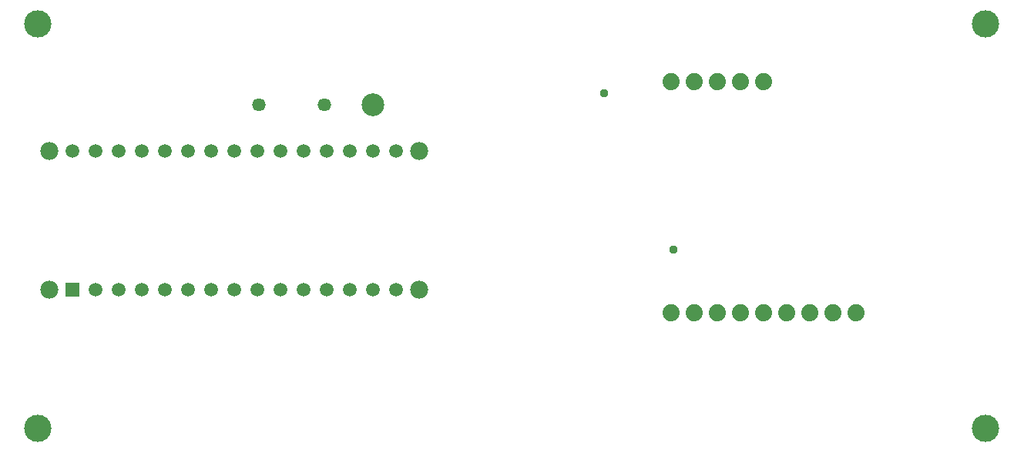
<source format=gbr>
G04 EAGLE Gerber RS-274X export*
G75*
%MOMM*%
%FSLAX34Y34*%
%LPD*%
%INSoldermask Bottom*%
%IPPOS*%
%AMOC8*
5,1,8,0,0,1.08239X$1,22.5*%
G01*
G04 Define Apertures*
%ADD10C,1.879600*%
%ADD11C,1.463200*%
%ADD12C,2.503200*%
%ADD13C,3.003200*%
%ADD14C,1.981200*%
%ADD15R,1.511200X1.511200*%
%ADD16C,1.511200*%
%ADD17C,0.959600*%
D10*
X746800Y177800D03*
X772200Y177800D03*
X797600Y177800D03*
X823000Y177800D03*
X848400Y177800D03*
X873800Y177800D03*
X899200Y177800D03*
X924600Y177800D03*
X950000Y177800D03*
X746800Y431800D03*
X772200Y431800D03*
X797600Y431800D03*
X823000Y431800D03*
X848400Y431800D03*
D11*
X293340Y406400D03*
X365740Y406400D03*
D12*
X419100Y406400D03*
D13*
X50800Y495300D03*
X1092200Y495300D03*
X1092200Y50800D03*
X50800Y50800D03*
D14*
X63500Y203200D03*
D15*
X88900Y203200D03*
D16*
X114300Y203200D03*
X139700Y203200D03*
X165100Y203200D03*
X190500Y203200D03*
X215900Y203200D03*
X241300Y203200D03*
X266700Y203200D03*
X292100Y203200D03*
X317500Y203200D03*
X342900Y203200D03*
X368300Y203200D03*
X393700Y203200D03*
X419100Y203200D03*
X444500Y203200D03*
X444500Y355600D03*
X419100Y355600D03*
X393700Y355600D03*
X368300Y355600D03*
X342900Y355600D03*
X317500Y355600D03*
X292100Y355600D03*
X266700Y355600D03*
X241300Y355600D03*
X215900Y355600D03*
X190500Y355600D03*
X165100Y355600D03*
X139700Y355600D03*
X114300Y355600D03*
X88900Y355600D03*
D14*
X63500Y355600D03*
X469900Y355600D03*
X469900Y203200D03*
D17*
X749300Y247650D03*
X673100Y419100D03*
M02*

</source>
